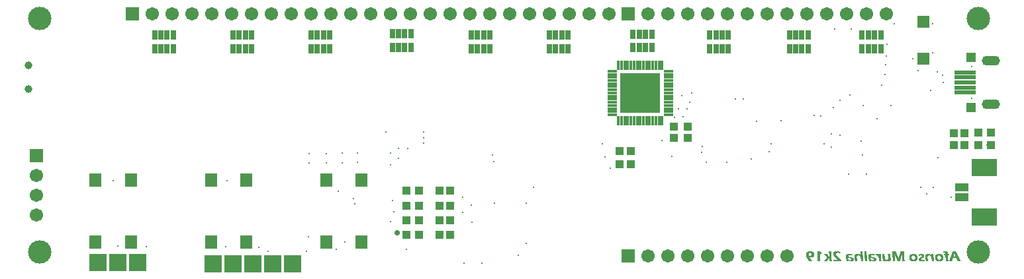
<source format=gbs>
G04*
G04 #@! TF.GenerationSoftware,Altium Limited,Altium Designer,19.0.14 (431)*
G04*
G04 Layer_Color=16711935*
%FSLAX44Y44*%
%MOMM*%
G71*
G01*
G75*
%ADD40R,1.1032X1.0032*%
%ADD41R,1.0032X1.1032*%
%ADD43R,2.2032X2.2032*%
%ADD59C,0.2032*%
G04:AMPARAMS|DCode=60|XSize=2.3532mm|YSize=1.2532mm|CornerRadius=0.6266mm|HoleSize=0mm|Usage=FLASHONLY|Rotation=180.000|XOffset=0mm|YOffset=0mm|HoleType=Round|Shape=RoundedRectangle|*
%AMROUNDEDRECTD60*
21,1,2.3532,0.0000,0,0,180.0*
21,1,1.1000,1.2532,0,0,180.0*
1,1,1.2532,-0.5500,0.0000*
1,1,1.2532,0.5500,0.0000*
1,1,1.2532,0.5500,0.0000*
1,1,1.2532,-0.5500,0.0000*
%
%ADD60ROUNDEDRECTD60*%
%ADD61C,1.2032*%
%ADD62C,1.7032*%
%ADD63R,1.7032X1.7032*%
%ADD64R,1.7032X1.7032*%
%ADD65C,1.0033*%
%ADD66C,0.3000*%
%ADD67C,0.7032*%
%ADD68C,3.0000*%
%ADD96C,0.0847*%
%ADD97R,5.1532X5.1532*%
%ADD98R,1.3032X0.4232*%
%ADD99R,0.4232X1.3032*%
%ADD100R,2.7032X0.6032*%
%ADD101R,1.2032X1.2032*%
%ADD102R,0.7332X1.1732*%
%ADD103R,1.5532X1.5532*%
%ADD104R,1.8032X1.0032*%
%ADD105R,3.2032X2.3032*%
%ADD106R,1.0032X1.0032*%
%ADD107R,1.5032X1.7531*%
D40*
X1137500Y1075750D02*
D03*
Y1061750D02*
D03*
X1155250Y1076000D02*
D03*
Y1062000D02*
D03*
D41*
X1082000Y1028000D02*
D03*
X1068000D02*
D03*
X1082000Y1045000D02*
D03*
X1068000D02*
D03*
X1495250Y1067500D02*
D03*
X1509250D02*
D03*
X1509250Y1052000D02*
D03*
X1495250D02*
D03*
X851250Y994000D02*
D03*
X837250D02*
D03*
X851250Y974500D02*
D03*
X837250D02*
D03*
X851250Y955750D02*
D03*
X837250D02*
D03*
X851250Y937500D02*
D03*
X837250D02*
D03*
D43*
X598800Y900000D02*
D03*
X573400D02*
D03*
X548000D02*
D03*
X624200D02*
D03*
X649600D02*
D03*
X451400Y902000D02*
D03*
X426000D02*
D03*
X400600D02*
D03*
D59*
X1518420Y1152800D02*
D03*
Y1112800D02*
D03*
D60*
X1542520Y1161100D02*
D03*
X1542620Y1104500D02*
D03*
D61*
X1079650D02*
D03*
X1089650D02*
D03*
X1099650D02*
D03*
X1109650D02*
D03*
Y1114500D02*
D03*
X1099650D02*
D03*
X1089650D02*
D03*
X1079650D02*
D03*
Y1124500D02*
D03*
X1089650D02*
D03*
X1099650D02*
D03*
X1109650D02*
D03*
Y1134500D02*
D03*
X1099650D02*
D03*
X1089650D02*
D03*
X1079650D02*
D03*
D62*
X1409300Y1220470D02*
D03*
X1383900D02*
D03*
X1358500D02*
D03*
X1333100D02*
D03*
X1307700D02*
D03*
X1282300D02*
D03*
X1256900D02*
D03*
X1231500D02*
D03*
X1206100D02*
D03*
X1180700D02*
D03*
X1155300D02*
D03*
X1129900D02*
D03*
X1104500D02*
D03*
X1104400Y910220D02*
D03*
X1282200D02*
D03*
X1256800D02*
D03*
X1231400D02*
D03*
X1206000D02*
D03*
X1180600D02*
D03*
X1155200D02*
D03*
X1129800D02*
D03*
X322000Y1013400D02*
D03*
Y988000D02*
D03*
Y962600D02*
D03*
X876300Y1220470D02*
D03*
X850900D02*
D03*
X825500D02*
D03*
X723900D02*
D03*
X749300D02*
D03*
X774700D02*
D03*
X800100D02*
D03*
X901700D02*
D03*
X469900D02*
D03*
X495300D02*
D03*
X520700D02*
D03*
X546100D02*
D03*
X571500D02*
D03*
X596900D02*
D03*
X622300D02*
D03*
X647700D02*
D03*
X673100D02*
D03*
X698500D02*
D03*
X927100D02*
D03*
X952500D02*
D03*
X977900D02*
D03*
X1003300D02*
D03*
X1028700D02*
D03*
X1054100D02*
D03*
D63*
X1079100Y1220470D02*
D03*
X1079000Y910220D02*
D03*
X444500Y1220470D02*
D03*
D64*
X322000Y1038800D02*
D03*
D65*
X311500Y1124499D02*
D03*
Y1154501D02*
D03*
D66*
X670622Y1029430D02*
D03*
X670399Y1041280D02*
D03*
X693000D02*
D03*
Y1029430D02*
D03*
X713000D02*
D03*
X713099Y1042000D02*
D03*
X732119Y1030000D02*
D03*
Y1042000D02*
D03*
X775000Y1026897D02*
D03*
X774630Y1042000D02*
D03*
X784570Y1047800D02*
D03*
Y1035000D02*
D03*
X867000Y966000D02*
D03*
X867430Y985625D02*
D03*
X878120Y975000D02*
D03*
X879000Y953000D02*
D03*
X1410000Y1181694D02*
D03*
X1339000Y1067000D02*
D03*
X1341000Y1100800D02*
D03*
X1379000Y1103000D02*
D03*
X1397499Y1086000D02*
D03*
X1415000Y1103000D02*
D03*
X1383900Y1015000D02*
D03*
X1361000D02*
D03*
X1343000Y1201000D02*
D03*
X1364000D02*
D03*
X1409300Y1167000D02*
D03*
X1460250Y990000D02*
D03*
X1469000Y998375D02*
D03*
X1453127D02*
D03*
X1362000Y1117000D02*
D03*
X618000Y916000D02*
D03*
X667000D02*
D03*
X705000Y918250D02*
D03*
X716000Y928250D02*
D03*
X670000Y935000D02*
D03*
X564000Y922000D02*
D03*
X606000Y921000D02*
D03*
X795300Y918250D02*
D03*
X948000Y926000D02*
D03*
X938000Y911000D02*
D03*
X892000Y901000D02*
D03*
X869000D02*
D03*
X907000Y1031000D02*
D03*
X905172Y1040000D02*
D03*
X728998Y976998D02*
D03*
X462000Y922000D02*
D03*
X727000Y984000D02*
D03*
X426000Y923000D02*
D03*
X1056000Y1023000D02*
D03*
X1049000Y1037000D02*
D03*
X1046000Y1054000D02*
D03*
X1080000Y1030000D02*
D03*
X1474000Y1146000D02*
D03*
X1450000Y1148000D02*
D03*
X1408000Y1156000D02*
D03*
X1407000Y1143000D02*
D03*
X1467997Y1171000D02*
D03*
X1481000Y1142000D02*
D03*
X1482076Y1132788D02*
D03*
X1467997Y1207998D02*
D03*
X1157250Y1107000D02*
D03*
X1149000Y1089000D02*
D03*
X1138000Y1088000D02*
D03*
X1122250Y1058000D02*
D03*
X1135000Y1037750D02*
D03*
X1205000Y1030000D02*
D03*
X1178600Y1029900D02*
D03*
X1350000Y1065000D02*
D03*
Y1110000D02*
D03*
X1377000Y1057000D02*
D03*
X1329000Y1054000D02*
D03*
X1262000D02*
D03*
X1259000Y1044000D02*
D03*
X1236000Y1034750D02*
D03*
X1226000Y1111499D02*
D03*
X1378611Y1040000D02*
D03*
X1339000Y1049500D02*
D03*
X1216000Y1111499D02*
D03*
X769000Y1069000D02*
D03*
X816998Y1068998D02*
D03*
Y1054998D02*
D03*
X817000Y1062000D02*
D03*
X797000Y1048000D02*
D03*
X958000Y998000D02*
D03*
X1325000Y1089750D02*
D03*
X1172998Y1042998D02*
D03*
X1317000Y1090000D02*
D03*
X1174000Y1050250D02*
D03*
X1403000Y1129000D02*
D03*
X1419000Y1208000D02*
D03*
X1442500Y1163000D02*
D03*
X1538000Y1052000D02*
D03*
X1475000Y1036000D02*
D03*
X1492000Y985625D02*
D03*
X1466000Y1123000D02*
D03*
X948000Y978000D02*
D03*
X907400D02*
D03*
X420000Y1007000D02*
D03*
X566000D02*
D03*
X708000Y993000D02*
D03*
X777750Y981000D02*
D03*
X779000Y967000D02*
D03*
X774700Y954000D02*
D03*
X1243000Y1083000D02*
D03*
X1274000Y1084000D02*
D03*
X1160000Y1119000D02*
D03*
X1146998Y1115998D02*
D03*
X1154000Y1099000D02*
D03*
X1143000Y1099000D02*
D03*
D67*
X783000Y940000D02*
D03*
D68*
X326500Y1215220D02*
D03*
X1526500D02*
D03*
Y915220D02*
D03*
X326500D02*
D03*
D96*
X1426153Y912718D02*
X1431237D01*
X1388023D02*
X1393107D01*
X1306680D02*
X1309221D01*
X1489702Y904244D02*
X1492244D01*
X1489702Y905092D02*
X1493091D01*
X1490549Y905939D02*
X1493091D01*
X1490549Y906786D02*
X1493091D01*
X1490549Y907634D02*
X1493939D01*
X1427000Y913565D02*
X1431237D01*
X1427000Y914412D02*
X1431237D01*
X1427000Y915260D02*
X1431237D01*
X1427000Y916107D02*
X1431237D01*
X1407511Y904244D02*
X1413443D01*
X1429542D02*
X1432084D01*
X1404969Y905092D02*
X1414290D01*
X1429542D02*
X1432084D01*
X1429542Y905939D02*
X1431237D01*
X1429542Y906786D02*
X1431237D01*
X1429542Y907634D02*
X1431237D01*
X1429542Y908481D02*
X1431237D01*
X1429542Y909328D02*
X1431237D01*
X1429542Y910176D02*
X1431237D01*
X1429542Y911023D02*
X1431237D01*
X1428695Y911870D02*
X1431237D01*
X1348199Y914412D02*
X1349893D01*
X1341420Y915260D02*
X1349046D01*
X1343115Y916107D02*
X1348199D01*
X1341420Y904244D02*
X1350741D01*
X1341420Y905092D02*
X1350741D01*
X1346504Y905939D02*
X1349893D01*
X1345657Y906786D02*
X1349046D01*
X1344809Y907634D02*
X1348199D01*
X1387176Y904244D02*
X1388870D01*
X1387176Y905092D02*
X1388870D01*
X1368534Y905939D02*
X1371076D01*
X1387176D02*
X1388870D01*
X1368534Y906786D02*
X1371076D01*
X1368534Y907634D02*
X1371076D01*
X1368534Y908481D02*
X1370229D01*
X1386328D02*
X1393107D01*
X1368534Y909328D02*
X1370229D01*
X1386328D02*
X1389718D01*
X1368534Y910176D02*
X1371076D01*
X1386328D02*
X1388870D01*
X1368534Y911023D02*
X1371924D01*
X1386328D02*
X1388870D01*
X1368534Y911870D02*
X1375313D01*
X1386328D02*
X1393954D01*
X1306680Y913565D02*
X1309221D01*
X1306680Y914412D02*
X1310069D01*
X1307527Y915260D02*
X1315153D01*
X1307527Y907634D02*
X1310916D01*
X1307527Y908481D02*
X1310069D01*
X1306680Y909328D02*
X1310069D01*
X1306680Y910176D02*
X1309221D01*
X1306680Y911023D02*
X1309221D01*
X1306680Y911870D02*
X1309221D01*
X1493091Y912718D02*
X1494786D01*
X1496481D02*
X1499023D01*
X1474450D02*
X1478687D01*
X1482923D02*
X1488855D01*
X1451573D02*
X1455809D01*
X1460893D02*
X1464282D01*
X1466824D02*
X1468519D01*
X1441405D02*
X1445641D01*
X1410901D02*
X1413443D01*
X1416832D02*
X1418527D01*
X1419374D02*
X1421916D01*
X1395649D02*
X1398191D01*
X1399038D02*
X1401580D01*
X1404122D02*
X1405817D01*
X1370229D02*
X1374466D01*
X1376160D02*
X1377855D01*
X1381244D02*
X1382939D01*
X1359214D02*
X1364298D01*
X1329557D02*
X1332947D01*
X1336336D02*
X1338031D01*
X1341420D02*
X1343962D01*
X1313458D02*
X1316000D01*
X1321084D02*
X1323626D01*
X1493091Y913565D02*
X1495634D01*
X1496481D02*
X1499023D01*
X1493091Y914412D02*
X1498175D01*
X1493939Y915260D02*
X1498175D01*
X1493939Y916107D02*
X1497328D01*
X1491397Y909328D02*
X1500717D01*
X1492244Y910176D02*
X1494786D01*
X1497328D02*
X1500717D01*
X1492244Y911023D02*
X1494786D01*
X1497328D02*
X1499870D01*
X1492244Y911870D02*
X1494786D01*
X1497328D02*
X1499870D01*
X1500717Y904244D02*
X1503259D01*
X1499870Y905092D02*
X1503259D01*
X1499870Y905939D02*
X1502412D01*
X1499023Y906786D02*
X1502412D01*
X1499023Y907634D02*
X1501565D01*
X1491397Y908481D02*
X1501565D01*
X1484618Y913565D02*
X1487160D01*
X1484618Y914412D02*
X1487160D01*
X1482076Y915260D02*
X1482923D01*
X1483771D02*
X1487160D01*
X1482076Y916107D02*
X1486313D01*
X1473603Y904244D02*
X1479534D01*
X1485466D02*
X1488008D01*
X1472756Y905092D02*
X1480382D01*
X1485466D02*
X1488008D01*
X1471908Y905939D02*
X1475298D01*
X1477840D02*
X1481229D01*
X1485466D02*
X1487160D01*
X1471908Y906786D02*
X1474450D01*
X1478687D02*
X1481229D01*
X1485466D02*
X1487160D01*
X1471908Y907634D02*
X1473603D01*
X1479534D02*
X1481229D01*
X1485466D02*
X1487160D01*
X1471908Y908481D02*
X1473603D01*
X1479534D02*
X1481229D01*
X1484618D02*
X1487160D01*
X1471908Y909328D02*
X1473603D01*
X1478687D02*
X1481229D01*
X1484618D02*
X1487160D01*
X1471908Y910176D02*
X1474450D01*
X1478687D02*
X1481229D01*
X1484618D02*
X1487160D01*
X1471908Y911023D02*
X1475298D01*
X1476992D02*
X1480382D01*
X1484618D02*
X1487160D01*
X1472756Y911870D02*
X1480382D01*
X1482923D02*
X1488855D01*
X1451573Y904244D02*
X1457504D01*
X1460046D02*
X1461740D01*
X1467672D02*
X1469366D01*
X1450725Y905092D02*
X1457504D01*
X1460046D02*
X1461740D01*
X1467672D02*
X1469366D01*
X1450725Y905939D02*
X1453267D01*
X1459198D02*
X1461740D01*
X1467672D02*
X1469366D01*
X1450725Y906786D02*
X1453267D01*
X1459198D02*
X1461740D01*
X1466824D02*
X1469366D01*
X1451573Y907634D02*
X1454114D01*
X1459198D02*
X1460893D01*
X1466824D02*
X1469366D01*
X1452420Y908481D02*
X1455809D01*
X1459198D02*
X1460893D01*
X1466824D02*
X1469366D01*
X1454114Y909328D02*
X1456656D01*
X1459198D02*
X1460893D01*
X1466824D02*
X1468519D01*
X1454962Y910176D02*
X1456656D01*
X1459198D02*
X1461740D01*
X1465977D02*
X1468519D01*
X1450725Y911023D02*
X1451573D01*
X1454114D02*
X1456656D01*
X1459198D02*
X1462588D01*
X1465130D02*
X1468519D01*
X1450725Y911870D02*
X1456656D01*
X1459198D02*
X1468519D01*
X1440557Y904244D02*
X1446488D01*
X1439710Y905092D02*
X1447336D01*
X1438862Y905939D02*
X1442252D01*
X1444794D02*
X1448183D01*
X1438862Y906786D02*
X1441405D01*
X1445641D02*
X1448183D01*
X1438862Y907634D02*
X1440557D01*
X1446488D02*
X1448183D01*
X1438862Y908481D02*
X1440557D01*
X1446488D02*
X1448183D01*
X1438862Y909328D02*
X1440557D01*
X1445641D02*
X1448183D01*
X1438862Y910176D02*
X1441405D01*
X1445641D02*
X1448183D01*
X1438862Y911023D02*
X1442252D01*
X1443947D02*
X1447336D01*
X1439710Y911870D02*
X1447336D01*
X1416832Y913565D02*
X1418527D01*
X1419374D02*
X1421916D01*
X1416832Y914412D02*
X1421069D01*
X1416832Y915260D02*
X1421069D01*
X1416832Y916107D02*
X1420221D01*
X1417679Y904244D02*
X1419374D01*
X1423611D02*
X1426153D01*
X1417679Y905092D02*
X1419374D01*
X1422763D02*
X1426153D01*
X1410901Y905939D02*
X1414290D01*
X1417679D02*
X1419374D01*
X1422763D02*
X1426153D01*
X1411748Y906786D02*
X1414290D01*
X1417679D02*
X1419374D01*
X1422763D02*
X1427000D01*
X1411748Y907634D02*
X1414290D01*
X1417679D02*
X1419374D01*
X1421916D02*
X1424458D01*
X1425305D02*
X1427000D01*
X1411748Y908481D02*
X1413443D01*
X1417679D02*
X1419374D01*
X1421916D02*
X1423611D01*
X1425305D02*
X1427000D01*
X1411748Y909328D02*
X1413443D01*
X1416832D02*
X1419374D01*
X1421069D02*
X1423611D01*
X1425305D02*
X1427000D01*
X1411748Y910176D02*
X1413443D01*
X1416832D02*
X1419374D01*
X1421069D02*
X1422763D01*
X1425305D02*
X1427847D01*
X1411748Y911023D02*
X1413443D01*
X1416832D02*
X1419374D01*
X1420221D02*
X1422763D01*
X1426153D02*
X1427847D01*
X1410901Y911870D02*
X1413443D01*
X1416832D02*
X1418527D01*
X1420221D02*
X1421916D01*
X1426153D02*
X1427847D01*
X1390565Y904244D02*
X1394801D01*
X1399886D02*
X1402427D01*
X1404969D02*
X1406664D01*
X1389718Y905092D02*
X1390565D01*
X1392260D02*
X1395649D01*
X1399886D02*
X1401580D01*
X1393107Y905939D02*
X1395649D01*
X1399886D02*
X1401580D01*
X1404969D02*
X1407511D01*
X1393107Y906786D02*
X1395649D01*
X1399886D02*
X1401580D01*
X1404969D02*
X1406664D01*
X1391412Y907634D02*
X1394801D01*
X1399886D02*
X1401580D01*
X1404122D02*
X1406664D01*
X1399038Y908481D02*
X1401580D01*
X1404122D02*
X1406664D01*
X1399038Y909328D02*
X1401580D01*
X1404122D02*
X1406664D01*
X1398191Y910176D02*
X1401580D01*
X1404122D02*
X1406664D01*
X1397343Y911023D02*
X1401580D01*
X1404122D02*
X1405817D01*
X1395649Y911870D02*
X1401580D01*
X1404122D02*
X1405817D01*
X1376160Y913565D02*
X1377855D01*
X1381244D02*
X1382939D01*
X1376160Y914412D02*
X1377855D01*
X1381244D02*
X1382939D01*
X1376160Y915260D02*
X1377855D01*
X1381244D02*
X1382939D01*
X1376160Y916107D02*
X1377855D01*
X1381244D02*
X1382939D01*
X1369382Y904244D02*
X1371076D01*
X1377008D02*
X1378702D01*
X1382092D02*
X1383786D01*
X1369382Y905092D02*
X1371076D01*
X1377008D02*
X1378702D01*
X1382092D02*
X1383786D01*
X1377008Y905939D02*
X1378702D01*
X1382092D02*
X1383786D01*
X1377008Y906786D02*
X1378702D01*
X1382092D02*
X1383786D01*
X1386328D02*
X1388023D01*
X1376160Y907634D02*
X1378702D01*
X1381244D02*
X1383786D01*
X1386328D02*
X1388023D01*
X1376160Y908481D02*
X1378702D01*
X1381244D02*
X1383786D01*
X1376160Y909328D02*
X1378702D01*
X1381244D02*
X1383786D01*
X1375313Y910176D02*
X1378702D01*
X1381244D02*
X1383786D01*
X1374466Y911023D02*
X1378702D01*
X1381244D02*
X1383786D01*
X1376160Y911870D02*
X1377855D01*
X1381244D02*
X1382939D01*
X1358366Y904244D02*
X1360061D01*
X1361756D02*
X1365992D01*
X1358366Y905092D02*
X1360061D01*
X1360909D02*
X1361756D01*
X1363450D02*
X1366840D01*
X1358366Y905939D02*
X1360061D01*
X1364298D02*
X1366840D01*
X1357519Y906786D02*
X1359214D01*
X1364298D02*
X1366840D01*
X1357519Y907634D02*
X1359214D01*
X1362603D02*
X1365992D01*
X1357519Y908481D02*
X1364298D01*
X1357519Y909328D02*
X1360909D01*
X1357519Y910176D02*
X1360061D01*
X1357519Y911023D02*
X1360061D01*
X1357519Y911870D02*
X1365145D01*
X1336336Y913565D02*
X1338031D01*
X1341420D02*
X1343962D01*
X1335489Y914412D02*
X1338031D01*
X1341420D02*
X1345657D01*
X1335489Y915260D02*
X1338031D01*
X1335489Y916107D02*
X1338031D01*
X1329557Y904244D02*
X1332947D01*
X1336336D02*
X1338878D01*
X1330405Y905092D02*
X1332947D01*
X1336336D02*
X1338878D01*
X1331252Y905939D02*
X1333794D01*
X1336336D02*
X1338031D01*
X1332099Y906786D02*
X1334641D01*
X1336336D02*
X1338031D01*
X1332947Y907634D02*
X1335489D01*
X1336336D02*
X1338031D01*
X1332947Y908481D02*
X1335489D01*
X1336336D02*
X1338031D01*
X1343962D02*
X1347351D01*
X1332947Y909328D02*
X1335489D01*
X1336336D02*
X1338031D01*
X1343115D02*
X1346504D01*
X1332099Y910176D02*
X1334641D01*
X1336336D02*
X1338031D01*
X1342267D02*
X1345657D01*
X1331252Y911023D02*
X1333794D01*
X1336336D02*
X1338031D01*
X1342267D02*
X1344809D01*
X1330405Y911870D02*
X1333794D01*
X1336336D02*
X1338031D01*
X1341420D02*
X1343962D01*
X1313458Y913565D02*
X1316000D01*
X1321084D02*
X1323626D01*
X1324473D02*
X1325321D01*
X1311763Y914412D02*
X1316000D01*
X1321084D02*
X1325321D01*
X1321084Y915260D02*
X1325321D01*
X1309221Y916107D02*
X1313458D01*
X1321084D02*
X1323626D01*
X1310069Y904244D02*
X1313458D01*
X1321084D02*
X1323626D01*
X1309221Y905092D02*
X1312611D01*
X1321084D02*
X1323626D01*
X1309221Y905939D02*
X1311763D01*
X1321084D02*
X1323626D01*
X1308374Y906786D02*
X1311763D01*
X1321084D02*
X1323626D01*
X1321084Y907634D02*
X1323626D01*
X1321084Y908481D02*
X1323626D01*
X1310916Y909328D02*
X1315153D01*
X1321084D02*
X1323626D01*
X1310069Y910176D02*
X1316000D01*
X1321084D02*
X1323626D01*
X1312611Y911023D02*
X1316000D01*
X1321084D02*
X1323626D01*
X1313458Y911870D02*
X1316000D01*
X1321084D02*
X1323626D01*
D97*
X1094250Y1119300D02*
D03*
D98*
X1058500Y1147300D02*
D03*
Y1143300D02*
D03*
Y1139300D02*
D03*
Y1135300D02*
D03*
Y1131300D02*
D03*
Y1127300D02*
D03*
Y1123300D02*
D03*
Y1119300D02*
D03*
Y1115300D02*
D03*
Y1111300D02*
D03*
Y1107300D02*
D03*
Y1103300D02*
D03*
Y1099300D02*
D03*
Y1095300D02*
D03*
Y1091300D02*
D03*
X1130000D02*
D03*
Y1095300D02*
D03*
Y1099300D02*
D03*
Y1103300D02*
D03*
Y1107300D02*
D03*
Y1111300D02*
D03*
Y1115300D02*
D03*
Y1119300D02*
D03*
Y1123300D02*
D03*
Y1127300D02*
D03*
Y1131300D02*
D03*
Y1135300D02*
D03*
Y1139300D02*
D03*
Y1143300D02*
D03*
Y1147300D02*
D03*
D99*
X1122250Y1155050D02*
D03*
X1118250D02*
D03*
X1114250D02*
D03*
X1110250D02*
D03*
X1106250D02*
D03*
X1102250D02*
D03*
X1098250D02*
D03*
X1094250D02*
D03*
X1090250D02*
D03*
X1086250D02*
D03*
X1082250D02*
D03*
X1078250D02*
D03*
X1074250D02*
D03*
X1070250D02*
D03*
X1066250D02*
D03*
Y1083550D02*
D03*
X1070250D02*
D03*
X1074250D02*
D03*
X1078250D02*
D03*
X1082250D02*
D03*
X1086250D02*
D03*
X1090250D02*
D03*
X1094250D02*
D03*
X1098250D02*
D03*
X1102250D02*
D03*
X1106250D02*
D03*
X1110250D02*
D03*
X1114250D02*
D03*
X1118250D02*
D03*
X1122250D02*
D03*
D100*
X1510020Y1126300D02*
D03*
Y1119800D02*
D03*
Y1132800D02*
D03*
Y1139300D02*
D03*
Y1145800D02*
D03*
D101*
X1517020Y1164700D02*
D03*
Y1100900D02*
D03*
D102*
X697000Y1193750D02*
D03*
X689000D02*
D03*
X681000D02*
D03*
X673000D02*
D03*
X697000Y1176250D02*
D03*
X689000D02*
D03*
X681000D02*
D03*
X673000D02*
D03*
X801000Y1195000D02*
D03*
X793000D02*
D03*
X785000D02*
D03*
X777000D02*
D03*
X801000Y1177500D02*
D03*
X793000D02*
D03*
X785000D02*
D03*
X777000D02*
D03*
X1109000Y1194750D02*
D03*
X1101000D02*
D03*
X1093000D02*
D03*
X1085000D02*
D03*
X1109000Y1177250D02*
D03*
X1101000D02*
D03*
X1093000D02*
D03*
X1085000D02*
D03*
X1207000Y1193750D02*
D03*
X1199000D02*
D03*
X1191000D02*
D03*
X1183000D02*
D03*
X1207000Y1176250D02*
D03*
X1199000D02*
D03*
X1191000D02*
D03*
X1183000D02*
D03*
X497000Y1193750D02*
D03*
X489000D02*
D03*
X481000D02*
D03*
X473000D02*
D03*
X497000Y1176250D02*
D03*
X489000D02*
D03*
X481000D02*
D03*
X473000D02*
D03*
X597000Y1193750D02*
D03*
X589000D02*
D03*
X581000D02*
D03*
X573000D02*
D03*
X597000Y1176250D02*
D03*
X589000D02*
D03*
X581000D02*
D03*
X573000D02*
D03*
X902000Y1193750D02*
D03*
X894000D02*
D03*
X886000D02*
D03*
X878000D02*
D03*
X902000Y1176250D02*
D03*
X894000D02*
D03*
X886000D02*
D03*
X878000D02*
D03*
X1002000Y1193750D02*
D03*
X994000D02*
D03*
X986000D02*
D03*
X978000D02*
D03*
X1002000Y1176250D02*
D03*
X994000D02*
D03*
X986000D02*
D03*
X978000D02*
D03*
X1309000Y1193750D02*
D03*
X1301000D02*
D03*
X1293000D02*
D03*
X1285000D02*
D03*
X1309000Y1176250D02*
D03*
X1301000D02*
D03*
X1293000D02*
D03*
X1285000D02*
D03*
X1402000Y1193750D02*
D03*
X1394000D02*
D03*
X1386000D02*
D03*
X1378000D02*
D03*
X1402000Y1176250D02*
D03*
X1394000D02*
D03*
X1386000D02*
D03*
X1378000D02*
D03*
D103*
X1456250Y1210500D02*
D03*
Y1163500D02*
D03*
D104*
X1505500Y998250D02*
D03*
Y985750D02*
D03*
D105*
X1534500Y1023750D02*
D03*
Y960250D02*
D03*
D106*
X1542620Y1068000D02*
D03*
X1526620D02*
D03*
X1542620Y1052000D02*
D03*
X1526620D02*
D03*
X795230Y955500D02*
D03*
X811230D02*
D03*
X795230Y974500D02*
D03*
X811230D02*
D03*
X795230Y937250D02*
D03*
X811230D02*
D03*
X795130Y994000D02*
D03*
X811130D02*
D03*
D107*
X442499Y927799D02*
D03*
Y1007301D02*
D03*
X397501Y927799D02*
D03*
Y1007301D02*
D03*
X737499Y927799D02*
D03*
Y1007301D02*
D03*
X692501Y927799D02*
D03*
Y1007301D02*
D03*
X589999Y927799D02*
D03*
Y1007301D02*
D03*
X545001Y927799D02*
D03*
Y1007301D02*
D03*
M02*

</source>
